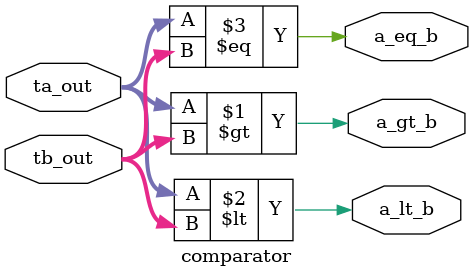
<source format=v>
`timescale 1ns / 1ps


module comparator(
input [6:0] ta_out,tb_out,
output a_gt_b,a_lt_b,a_eq_b
    );
    
   assign a_gt_b = (ta_out>tb_out);
   assign a_lt_b = (ta_out<tb_out);
   assign a_eq_b = (ta_out==tb_out);
    
endmodule

</source>
